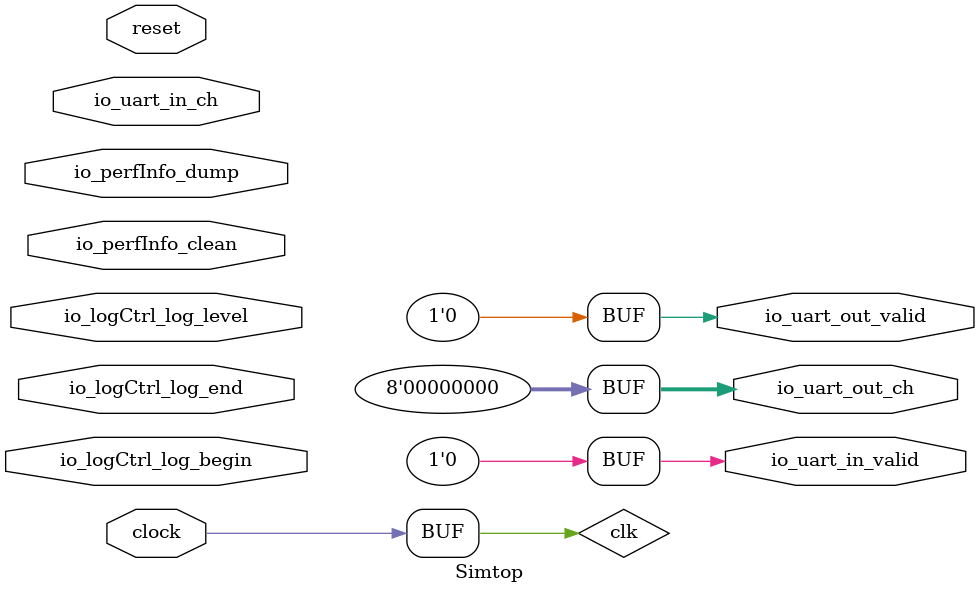
<source format=v>
`timescale 1ns / 1ps



module Ram2r1w(
  input         clock,
  input         io_imem_en,
  input  [63:0] io_imem_addr,
  output [63:0] io_imem_rdata,

   
   
   
  // New data memory ports
   input        io_dmem_en,
   input [63:0] io_dmem_addr,
   output  [63:0] io_dmem_rdata,
   input [63:0] io_dmem_wdata,
   input 	 io_dmem_wen
);
  wire  mem_clk; // @[Ram.scala 37:19]
  wire [63:0] mem_imem_addr; // @[Ram.scala 37:19]
  wire  mem_imem_en; // @[Ram.scala 37:19]
  wire [31:0] mem_imem_data; // @[Ram.scala 37:19]
  wire  mem_dmem_en; // @[Ram.scala 37:19]
  wire [63:0] mem_dmem_addr; // @[Ram.scala 37:19]
  wire [63:0] mem_dmem_rdata; // @[Ram.scala 37:19]
  wire [63:0] mem_dmem_wdata; // @[Ram.scala 37:19]
  wire [63:0] mem_dmem_wmask; // @[Ram.scala 37:19]
  wire  mem_dmem_wen; // @[Ram.scala 37:19]
  ram_2r1w mem ( // @[Ram.scala 37:19]
    .clk(mem_clk),
    .imem_addr(mem_imem_addr),
    .imem_en(mem_imem_en),
    .imem_data(mem_imem_data),
    .dmem_en(mem_dmem_en),
    .dmem_addr(mem_dmem_addr),
    .dmem_rdata(mem_dmem_rdata),
    .dmem_wdata(mem_dmem_wdata),
    .dmem_wmask(mem_dmem_wmask),
    .dmem_wen(mem_dmem_wen)
  );
  assign io_imem_rdata = {{32'd0}, mem_imem_data}; // @[Ram.scala 41:20]
  assign mem_clk = clock; // @[Ram.scala 38:20]
  assign mem_imem_addr = io_imem_addr; // @[Ram.scala 40:20]
  assign mem_imem_en = io_imem_en; // @[Ram.scala 39:20]
  assign mem_dmem_en = io_dmem_en; // @[Ram.scala 42:20]
  assign mem_dmem_addr = io_dmem_addr; // @[Ram.scala 43:20]
  assign mem_dmem_wdata = io_dmem_wdata; // @[Ram.scala 45:20]
  assign mem_dmem_wmask = 64'h0; // @[Ram.scala 44:20]
  assign mem_dmem_wen = io_dmem_wen; // @[Ram.scala 46:20]
endmodule



module Simtop (
	       /*AUTOARG*/
   // Outputs
   io_uart_out_valid, io_uart_out_ch, io_uart_in_valid,
   // Inputs
   clock, reset, io_logCtrl_log_begin, io_logCtrl_log_end,
   io_logCtrl_log_level, io_perfInfo_clean, io_perfInfo_dump,
   io_uart_in_ch
   );

  input         clock;
  input         reset;
  input  [63:0] io_logCtrl_log_begin;
  input  [63:0] io_logCtrl_log_end;
  input  [63:0] io_logCtrl_log_level;
  input         io_perfInfo_clean;
  input         io_perfInfo_dump;
  output        io_uart_out_valid;
  output [7:0]  io_uart_out_ch;
  output        io_uart_in_valid;
  input [7:0] 	io_uart_in_ch;
   
  /*AUTOWIRE*/ 
  // Beginning of automatic wires (for undeclared instantiated-module outputs)
  wire [63:0]		io_dmem_addr;		// From cpu_inst of cpu.v
  wire			io_dmem_en;		// From cpu_inst of cpu.v
  wire [63:0]		io_dmem_rdata;		// From Ram2r1w_inst of Ram2r1w.v
  wire [63:0]		io_dmem_wdata;		// From cpu_inst of cpu.v
  wire			io_dmem_wen;		// From cpu_inst of cpu.v
  wire [63:0]		io_imem_addr;		// From cpu_inst of cpu.v
  wire			io_imem_en;		// From cpu_inst of cpu.v
  wire [63:0]		io_imem_rdata;		// From Ram2r1w_inst of Ram2r1w.v
  // End of automatics

   /*AUTOREG*/
  assign io_uart_out_valid = 1'h0;
  assign io_uart_out_ch = 8'h0;
  assign io_uart_in_valid = 1'h0;
  assign clk = clock;
  assign reset_n = ~reset_n;

   cpu cpu_inst(
/*AUTOINST*/
		// Outputs
		.io_imem_en		(io_imem_en),
		.io_imem_addr		(io_imem_addr[63:0]),
		.io_dmem_en		(io_dmem_en),
		.io_dmem_addr		(io_dmem_addr[63:0]),
		.io_dmem_wdata		(io_dmem_wdata[63:0]),
		.io_dmem_wen		(io_dmem_wen),
		// Inputs
		.clk			(clk),
		.reset_n		(reset_n),
		.io_imem_rdata		(io_imem_rdata[31:0]),
		.io_dmem_rdata		(io_dmem_rdata[63:0]));

   Ram2r1w Ram2r1w_inst(
/*AUTOINST*/
			// Outputs
			.io_imem_rdata	(io_imem_rdata[63:0]),
			.io_dmem_rdata	(io_dmem_rdata[63:0]),
			// Inputs
			.clock		(clock),
			.io_imem_en	(io_imem_en),
			.io_imem_addr	(io_imem_addr[63:0]),
			.io_dmem_en	(io_dmem_en),
			.io_dmem_addr	(io_dmem_addr[63:0]),
			.io_dmem_wdata	(io_dmem_wdata[63:0]),
			.io_dmem_wen	(io_dmem_wen));
			


   //for difftest

   DifftestArchIntRegState difftest ( // @[RegFile.scala 23:24]
    .io_clock(difftest_io_clock),
    .io_coreid(difftest_io_coreid),
    .io_gpr_0(difftest_io_gpr_0),
    .io_gpr_1(difftest_io_gpr_1),
    .io_gpr_2(difftest_io_gpr_2),
    .io_gpr_3(difftest_io_gpr_3),
    .io_gpr_4(difftest_io_gpr_4),
    .io_gpr_5(difftest_io_gpr_5),
    .io_gpr_6(difftest_io_gpr_6),
    .io_gpr_7(difftest_io_gpr_7),
    .io_gpr_8(difftest_io_gpr_8),
    .io_gpr_9(difftest_io_gpr_9),
    .io_gpr_10(difftest_io_gpr_10),
    .io_gpr_11(difftest_io_gpr_11),
    .io_gpr_12(difftest_io_gpr_12),
    .io_gpr_13(difftest_io_gpr_13),
    .io_gpr_14(difftest_io_gpr_14),
    .io_gpr_15(difftest_io_gpr_15),
    .io_gpr_16(difftest_io_gpr_16),
    .io_gpr_17(difftest_io_gpr_17),
    .io_gpr_18(difftest_io_gpr_18),
    .io_gpr_19(difftest_io_gpr_19),
    .io_gpr_20(difftest_io_gpr_20),
    .io_gpr_21(difftest_io_gpr_21),
    .io_gpr_22(difftest_io_gpr_22),
    .io_gpr_23(difftest_io_gpr_23),
    .io_gpr_24(difftest_io_gpr_24),
    .io_gpr_25(difftest_io_gpr_25),
    .io_gpr_26(difftest_io_gpr_26),
    .io_gpr_27(difftest_io_gpr_27),
    .io_gpr_28(difftest_io_gpr_28),
    .io_gpr_29(difftest_io_gpr_29),
    .io_gpr_30(difftest_io_gpr_30),
    .io_gpr_31(difftest_io_gpr_31)
  );
  
		

endmodule   

</source>
